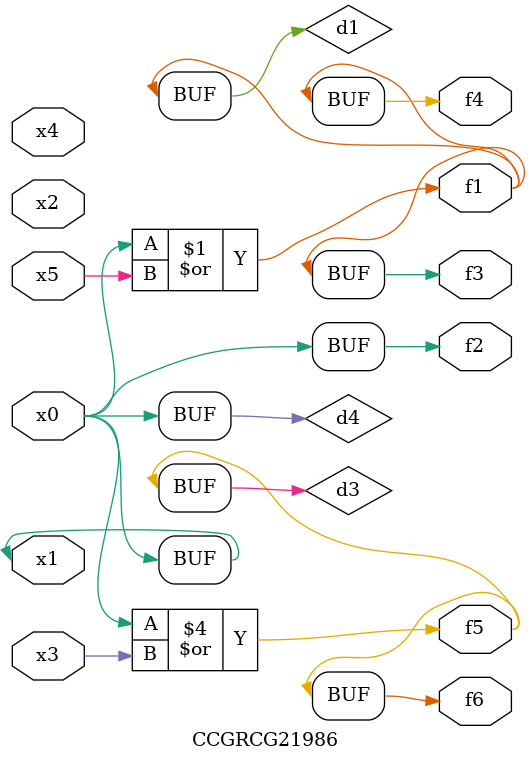
<source format=v>
module CCGRCG21986(
	input x0, x1, x2, x3, x4, x5,
	output f1, f2, f3, f4, f5, f6
);

	wire d1, d2, d3, d4;

	or (d1, x0, x5);
	xnor (d2, x1, x4);
	or (d3, x0, x3);
	buf (d4, x0, x1);
	assign f1 = d1;
	assign f2 = d4;
	assign f3 = d1;
	assign f4 = d1;
	assign f5 = d3;
	assign f6 = d3;
endmodule

</source>
